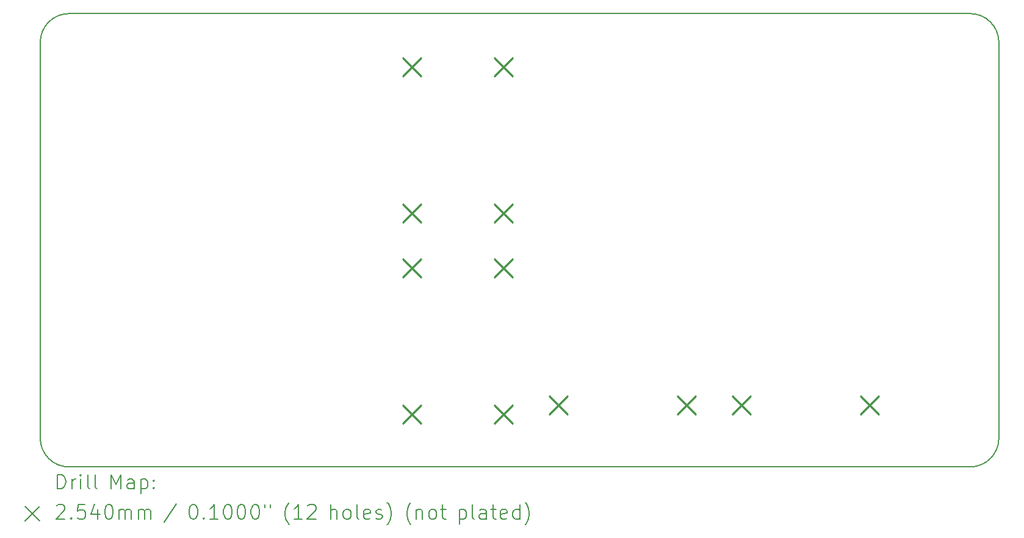
<source format=gbr>
%TF.GenerationSoftware,KiCad,Pcbnew,(7.0.0-0)*%
%TF.CreationDate,2023-03-05T11:15:22-05:00*%
%TF.ProjectId,Cryologger ITB,4372796f-6c6f-4676-9765-72204954422e,rev?*%
%TF.SameCoordinates,Original*%
%TF.FileFunction,Drillmap*%
%TF.FilePolarity,Positive*%
%FSLAX45Y45*%
G04 Gerber Fmt 4.5, Leading zero omitted, Abs format (unit mm)*
G04 Created by KiCad (PCBNEW (7.0.0-0)) date 2023-03-05 11:15:22*
%MOMM*%
%LPD*%
G01*
G04 APERTURE LIST*
%ADD10C,0.200000*%
%ADD11C,0.254000*%
G04 APERTURE END LIST*
D10*
X21600000Y-6400000D02*
G75*
G03*
X21200000Y-6000000I-400000J0D01*
G01*
X8300000Y-6400000D02*
X8300000Y-11900000D01*
X21600000Y-6400000D02*
X21600000Y-11900000D01*
X21200000Y-6000000D02*
X8700000Y-6000000D01*
X8700000Y-6000000D02*
G75*
G03*
X8300000Y-6400000I0J-400000D01*
G01*
X8300000Y-11900000D02*
G75*
G03*
X8700000Y-12300000I400000J0D01*
G01*
X8700000Y-12300000D02*
X21200000Y-12300000D01*
X21200000Y-12300000D02*
G75*
G03*
X21600000Y-11900000I0J400000D01*
G01*
D11*
X13326000Y-6619000D02*
X13580000Y-6873000D01*
X13580000Y-6619000D02*
X13326000Y-6873000D01*
X13326000Y-8651000D02*
X13580000Y-8905000D01*
X13580000Y-8651000D02*
X13326000Y-8905000D01*
X13326000Y-9413000D02*
X13580000Y-9667000D01*
X13580000Y-9413000D02*
X13326000Y-9667000D01*
X13326000Y-11445000D02*
X13580000Y-11699000D01*
X13580000Y-11445000D02*
X13326000Y-11699000D01*
X14596000Y-6619000D02*
X14850000Y-6873000D01*
X14850000Y-6619000D02*
X14596000Y-6873000D01*
X14596000Y-8651000D02*
X14850000Y-8905000D01*
X14850000Y-8651000D02*
X14596000Y-8905000D01*
X14596000Y-9413000D02*
X14850000Y-9667000D01*
X14850000Y-9413000D02*
X14596000Y-9667000D01*
X14596000Y-11445000D02*
X14850000Y-11699000D01*
X14850000Y-11445000D02*
X14596000Y-11699000D01*
X15358000Y-11318000D02*
X15612000Y-11572000D01*
X15612000Y-11318000D02*
X15358000Y-11572000D01*
X17136000Y-11318000D02*
X17390000Y-11572000D01*
X17390000Y-11318000D02*
X17136000Y-11572000D01*
X17898000Y-11318000D02*
X18152000Y-11572000D01*
X18152000Y-11318000D02*
X17898000Y-11572000D01*
X19676000Y-11318000D02*
X19930000Y-11572000D01*
X19930000Y-11318000D02*
X19676000Y-11572000D01*
D10*
X8537619Y-12603476D02*
X8537619Y-12403476D01*
X8537619Y-12403476D02*
X8585238Y-12403476D01*
X8585238Y-12403476D02*
X8613810Y-12413000D01*
X8613810Y-12413000D02*
X8632857Y-12432048D01*
X8632857Y-12432048D02*
X8642381Y-12451095D01*
X8642381Y-12451095D02*
X8651905Y-12489190D01*
X8651905Y-12489190D02*
X8651905Y-12517762D01*
X8651905Y-12517762D02*
X8642381Y-12555857D01*
X8642381Y-12555857D02*
X8632857Y-12574905D01*
X8632857Y-12574905D02*
X8613810Y-12593952D01*
X8613810Y-12593952D02*
X8585238Y-12603476D01*
X8585238Y-12603476D02*
X8537619Y-12603476D01*
X8737619Y-12603476D02*
X8737619Y-12470143D01*
X8737619Y-12508238D02*
X8747143Y-12489190D01*
X8747143Y-12489190D02*
X8756667Y-12479667D01*
X8756667Y-12479667D02*
X8775714Y-12470143D01*
X8775714Y-12470143D02*
X8794762Y-12470143D01*
X8861429Y-12603476D02*
X8861429Y-12470143D01*
X8861429Y-12403476D02*
X8851905Y-12413000D01*
X8851905Y-12413000D02*
X8861429Y-12422524D01*
X8861429Y-12422524D02*
X8870952Y-12413000D01*
X8870952Y-12413000D02*
X8861429Y-12403476D01*
X8861429Y-12403476D02*
X8861429Y-12422524D01*
X8985238Y-12603476D02*
X8966190Y-12593952D01*
X8966190Y-12593952D02*
X8956667Y-12574905D01*
X8956667Y-12574905D02*
X8956667Y-12403476D01*
X9090000Y-12603476D02*
X9070952Y-12593952D01*
X9070952Y-12593952D02*
X9061429Y-12574905D01*
X9061429Y-12574905D02*
X9061429Y-12403476D01*
X9286190Y-12603476D02*
X9286190Y-12403476D01*
X9286190Y-12403476D02*
X9352857Y-12546333D01*
X9352857Y-12546333D02*
X9419524Y-12403476D01*
X9419524Y-12403476D02*
X9419524Y-12603476D01*
X9600476Y-12603476D02*
X9600476Y-12498714D01*
X9600476Y-12498714D02*
X9590952Y-12479667D01*
X9590952Y-12479667D02*
X9571905Y-12470143D01*
X9571905Y-12470143D02*
X9533809Y-12470143D01*
X9533809Y-12470143D02*
X9514762Y-12479667D01*
X9600476Y-12593952D02*
X9581429Y-12603476D01*
X9581429Y-12603476D02*
X9533809Y-12603476D01*
X9533809Y-12603476D02*
X9514762Y-12593952D01*
X9514762Y-12593952D02*
X9505238Y-12574905D01*
X9505238Y-12574905D02*
X9505238Y-12555857D01*
X9505238Y-12555857D02*
X9514762Y-12536809D01*
X9514762Y-12536809D02*
X9533809Y-12527286D01*
X9533809Y-12527286D02*
X9581429Y-12527286D01*
X9581429Y-12527286D02*
X9600476Y-12517762D01*
X9695714Y-12470143D02*
X9695714Y-12670143D01*
X9695714Y-12479667D02*
X9714762Y-12470143D01*
X9714762Y-12470143D02*
X9752857Y-12470143D01*
X9752857Y-12470143D02*
X9771905Y-12479667D01*
X9771905Y-12479667D02*
X9781429Y-12489190D01*
X9781429Y-12489190D02*
X9790952Y-12508238D01*
X9790952Y-12508238D02*
X9790952Y-12565381D01*
X9790952Y-12565381D02*
X9781429Y-12584428D01*
X9781429Y-12584428D02*
X9771905Y-12593952D01*
X9771905Y-12593952D02*
X9752857Y-12603476D01*
X9752857Y-12603476D02*
X9714762Y-12603476D01*
X9714762Y-12603476D02*
X9695714Y-12593952D01*
X9876667Y-12584428D02*
X9886190Y-12593952D01*
X9886190Y-12593952D02*
X9876667Y-12603476D01*
X9876667Y-12603476D02*
X9867143Y-12593952D01*
X9867143Y-12593952D02*
X9876667Y-12584428D01*
X9876667Y-12584428D02*
X9876667Y-12603476D01*
X9876667Y-12479667D02*
X9886190Y-12489190D01*
X9886190Y-12489190D02*
X9876667Y-12498714D01*
X9876667Y-12498714D02*
X9867143Y-12489190D01*
X9867143Y-12489190D02*
X9876667Y-12479667D01*
X9876667Y-12479667D02*
X9876667Y-12498714D01*
X8090000Y-12850000D02*
X8290000Y-13050000D01*
X8290000Y-12850000D02*
X8090000Y-13050000D01*
X8528095Y-12842524D02*
X8537619Y-12833000D01*
X8537619Y-12833000D02*
X8556667Y-12823476D01*
X8556667Y-12823476D02*
X8604286Y-12823476D01*
X8604286Y-12823476D02*
X8623333Y-12833000D01*
X8623333Y-12833000D02*
X8632857Y-12842524D01*
X8632857Y-12842524D02*
X8642381Y-12861571D01*
X8642381Y-12861571D02*
X8642381Y-12880619D01*
X8642381Y-12880619D02*
X8632857Y-12909190D01*
X8632857Y-12909190D02*
X8518571Y-13023476D01*
X8518571Y-13023476D02*
X8642381Y-13023476D01*
X8728095Y-13004428D02*
X8737619Y-13013952D01*
X8737619Y-13013952D02*
X8728095Y-13023476D01*
X8728095Y-13023476D02*
X8718571Y-13013952D01*
X8718571Y-13013952D02*
X8728095Y-13004428D01*
X8728095Y-13004428D02*
X8728095Y-13023476D01*
X8918571Y-12823476D02*
X8823333Y-12823476D01*
X8823333Y-12823476D02*
X8813810Y-12918714D01*
X8813810Y-12918714D02*
X8823333Y-12909190D01*
X8823333Y-12909190D02*
X8842381Y-12899667D01*
X8842381Y-12899667D02*
X8890000Y-12899667D01*
X8890000Y-12899667D02*
X8909048Y-12909190D01*
X8909048Y-12909190D02*
X8918571Y-12918714D01*
X8918571Y-12918714D02*
X8928095Y-12937762D01*
X8928095Y-12937762D02*
X8928095Y-12985381D01*
X8928095Y-12985381D02*
X8918571Y-13004428D01*
X8918571Y-13004428D02*
X8909048Y-13013952D01*
X8909048Y-13013952D02*
X8890000Y-13023476D01*
X8890000Y-13023476D02*
X8842381Y-13023476D01*
X8842381Y-13023476D02*
X8823333Y-13013952D01*
X8823333Y-13013952D02*
X8813810Y-13004428D01*
X9099524Y-12890143D02*
X9099524Y-13023476D01*
X9051905Y-12813952D02*
X9004286Y-12956809D01*
X9004286Y-12956809D02*
X9128095Y-12956809D01*
X9242381Y-12823476D02*
X9261429Y-12823476D01*
X9261429Y-12823476D02*
X9280476Y-12833000D01*
X9280476Y-12833000D02*
X9290000Y-12842524D01*
X9290000Y-12842524D02*
X9299524Y-12861571D01*
X9299524Y-12861571D02*
X9309048Y-12899667D01*
X9309048Y-12899667D02*
X9309048Y-12947286D01*
X9309048Y-12947286D02*
X9299524Y-12985381D01*
X9299524Y-12985381D02*
X9290000Y-13004428D01*
X9290000Y-13004428D02*
X9280476Y-13013952D01*
X9280476Y-13013952D02*
X9261429Y-13023476D01*
X9261429Y-13023476D02*
X9242381Y-13023476D01*
X9242381Y-13023476D02*
X9223333Y-13013952D01*
X9223333Y-13013952D02*
X9213810Y-13004428D01*
X9213810Y-13004428D02*
X9204286Y-12985381D01*
X9204286Y-12985381D02*
X9194762Y-12947286D01*
X9194762Y-12947286D02*
X9194762Y-12899667D01*
X9194762Y-12899667D02*
X9204286Y-12861571D01*
X9204286Y-12861571D02*
X9213810Y-12842524D01*
X9213810Y-12842524D02*
X9223333Y-12833000D01*
X9223333Y-12833000D02*
X9242381Y-12823476D01*
X9394762Y-13023476D02*
X9394762Y-12890143D01*
X9394762Y-12909190D02*
X9404286Y-12899667D01*
X9404286Y-12899667D02*
X9423333Y-12890143D01*
X9423333Y-12890143D02*
X9451905Y-12890143D01*
X9451905Y-12890143D02*
X9470952Y-12899667D01*
X9470952Y-12899667D02*
X9480476Y-12918714D01*
X9480476Y-12918714D02*
X9480476Y-13023476D01*
X9480476Y-12918714D02*
X9490000Y-12899667D01*
X9490000Y-12899667D02*
X9509048Y-12890143D01*
X9509048Y-12890143D02*
X9537619Y-12890143D01*
X9537619Y-12890143D02*
X9556667Y-12899667D01*
X9556667Y-12899667D02*
X9566191Y-12918714D01*
X9566191Y-12918714D02*
X9566191Y-13023476D01*
X9661429Y-13023476D02*
X9661429Y-12890143D01*
X9661429Y-12909190D02*
X9670952Y-12899667D01*
X9670952Y-12899667D02*
X9690000Y-12890143D01*
X9690000Y-12890143D02*
X9718572Y-12890143D01*
X9718572Y-12890143D02*
X9737619Y-12899667D01*
X9737619Y-12899667D02*
X9747143Y-12918714D01*
X9747143Y-12918714D02*
X9747143Y-13023476D01*
X9747143Y-12918714D02*
X9756667Y-12899667D01*
X9756667Y-12899667D02*
X9775714Y-12890143D01*
X9775714Y-12890143D02*
X9804286Y-12890143D01*
X9804286Y-12890143D02*
X9823333Y-12899667D01*
X9823333Y-12899667D02*
X9832857Y-12918714D01*
X9832857Y-12918714D02*
X9832857Y-13023476D01*
X10190952Y-12813952D02*
X10019524Y-13071095D01*
X10415714Y-12823476D02*
X10434762Y-12823476D01*
X10434762Y-12823476D02*
X10453810Y-12833000D01*
X10453810Y-12833000D02*
X10463333Y-12842524D01*
X10463333Y-12842524D02*
X10472857Y-12861571D01*
X10472857Y-12861571D02*
X10482381Y-12899667D01*
X10482381Y-12899667D02*
X10482381Y-12947286D01*
X10482381Y-12947286D02*
X10472857Y-12985381D01*
X10472857Y-12985381D02*
X10463333Y-13004428D01*
X10463333Y-13004428D02*
X10453810Y-13013952D01*
X10453810Y-13013952D02*
X10434762Y-13023476D01*
X10434762Y-13023476D02*
X10415714Y-13023476D01*
X10415714Y-13023476D02*
X10396667Y-13013952D01*
X10396667Y-13013952D02*
X10387143Y-13004428D01*
X10387143Y-13004428D02*
X10377619Y-12985381D01*
X10377619Y-12985381D02*
X10368095Y-12947286D01*
X10368095Y-12947286D02*
X10368095Y-12899667D01*
X10368095Y-12899667D02*
X10377619Y-12861571D01*
X10377619Y-12861571D02*
X10387143Y-12842524D01*
X10387143Y-12842524D02*
X10396667Y-12833000D01*
X10396667Y-12833000D02*
X10415714Y-12823476D01*
X10568095Y-13004428D02*
X10577619Y-13013952D01*
X10577619Y-13013952D02*
X10568095Y-13023476D01*
X10568095Y-13023476D02*
X10558572Y-13013952D01*
X10558572Y-13013952D02*
X10568095Y-13004428D01*
X10568095Y-13004428D02*
X10568095Y-13023476D01*
X10768095Y-13023476D02*
X10653810Y-13023476D01*
X10710952Y-13023476D02*
X10710952Y-12823476D01*
X10710952Y-12823476D02*
X10691905Y-12852048D01*
X10691905Y-12852048D02*
X10672857Y-12871095D01*
X10672857Y-12871095D02*
X10653810Y-12880619D01*
X10891905Y-12823476D02*
X10910953Y-12823476D01*
X10910953Y-12823476D02*
X10930000Y-12833000D01*
X10930000Y-12833000D02*
X10939524Y-12842524D01*
X10939524Y-12842524D02*
X10949048Y-12861571D01*
X10949048Y-12861571D02*
X10958572Y-12899667D01*
X10958572Y-12899667D02*
X10958572Y-12947286D01*
X10958572Y-12947286D02*
X10949048Y-12985381D01*
X10949048Y-12985381D02*
X10939524Y-13004428D01*
X10939524Y-13004428D02*
X10930000Y-13013952D01*
X10930000Y-13013952D02*
X10910953Y-13023476D01*
X10910953Y-13023476D02*
X10891905Y-13023476D01*
X10891905Y-13023476D02*
X10872857Y-13013952D01*
X10872857Y-13013952D02*
X10863333Y-13004428D01*
X10863333Y-13004428D02*
X10853810Y-12985381D01*
X10853810Y-12985381D02*
X10844286Y-12947286D01*
X10844286Y-12947286D02*
X10844286Y-12899667D01*
X10844286Y-12899667D02*
X10853810Y-12861571D01*
X10853810Y-12861571D02*
X10863333Y-12842524D01*
X10863333Y-12842524D02*
X10872857Y-12833000D01*
X10872857Y-12833000D02*
X10891905Y-12823476D01*
X11082381Y-12823476D02*
X11101429Y-12823476D01*
X11101429Y-12823476D02*
X11120476Y-12833000D01*
X11120476Y-12833000D02*
X11130000Y-12842524D01*
X11130000Y-12842524D02*
X11139524Y-12861571D01*
X11139524Y-12861571D02*
X11149048Y-12899667D01*
X11149048Y-12899667D02*
X11149048Y-12947286D01*
X11149048Y-12947286D02*
X11139524Y-12985381D01*
X11139524Y-12985381D02*
X11130000Y-13004428D01*
X11130000Y-13004428D02*
X11120476Y-13013952D01*
X11120476Y-13013952D02*
X11101429Y-13023476D01*
X11101429Y-13023476D02*
X11082381Y-13023476D01*
X11082381Y-13023476D02*
X11063333Y-13013952D01*
X11063333Y-13013952D02*
X11053810Y-13004428D01*
X11053810Y-13004428D02*
X11044286Y-12985381D01*
X11044286Y-12985381D02*
X11034762Y-12947286D01*
X11034762Y-12947286D02*
X11034762Y-12899667D01*
X11034762Y-12899667D02*
X11044286Y-12861571D01*
X11044286Y-12861571D02*
X11053810Y-12842524D01*
X11053810Y-12842524D02*
X11063333Y-12833000D01*
X11063333Y-12833000D02*
X11082381Y-12823476D01*
X11272857Y-12823476D02*
X11291905Y-12823476D01*
X11291905Y-12823476D02*
X11310952Y-12833000D01*
X11310952Y-12833000D02*
X11320476Y-12842524D01*
X11320476Y-12842524D02*
X11330000Y-12861571D01*
X11330000Y-12861571D02*
X11339524Y-12899667D01*
X11339524Y-12899667D02*
X11339524Y-12947286D01*
X11339524Y-12947286D02*
X11330000Y-12985381D01*
X11330000Y-12985381D02*
X11320476Y-13004428D01*
X11320476Y-13004428D02*
X11310952Y-13013952D01*
X11310952Y-13013952D02*
X11291905Y-13023476D01*
X11291905Y-13023476D02*
X11272857Y-13023476D01*
X11272857Y-13023476D02*
X11253810Y-13013952D01*
X11253810Y-13013952D02*
X11244286Y-13004428D01*
X11244286Y-13004428D02*
X11234762Y-12985381D01*
X11234762Y-12985381D02*
X11225238Y-12947286D01*
X11225238Y-12947286D02*
X11225238Y-12899667D01*
X11225238Y-12899667D02*
X11234762Y-12861571D01*
X11234762Y-12861571D02*
X11244286Y-12842524D01*
X11244286Y-12842524D02*
X11253810Y-12833000D01*
X11253810Y-12833000D02*
X11272857Y-12823476D01*
X11415714Y-12823476D02*
X11415714Y-12861571D01*
X11491905Y-12823476D02*
X11491905Y-12861571D01*
X11754762Y-13099667D02*
X11745238Y-13090143D01*
X11745238Y-13090143D02*
X11726191Y-13061571D01*
X11726191Y-13061571D02*
X11716667Y-13042524D01*
X11716667Y-13042524D02*
X11707143Y-13013952D01*
X11707143Y-13013952D02*
X11697619Y-12966333D01*
X11697619Y-12966333D02*
X11697619Y-12928238D01*
X11697619Y-12928238D02*
X11707143Y-12880619D01*
X11707143Y-12880619D02*
X11716667Y-12852048D01*
X11716667Y-12852048D02*
X11726191Y-12833000D01*
X11726191Y-12833000D02*
X11745238Y-12804428D01*
X11745238Y-12804428D02*
X11754762Y-12794905D01*
X11935714Y-13023476D02*
X11821429Y-13023476D01*
X11878571Y-13023476D02*
X11878571Y-12823476D01*
X11878571Y-12823476D02*
X11859524Y-12852048D01*
X11859524Y-12852048D02*
X11840476Y-12871095D01*
X11840476Y-12871095D02*
X11821429Y-12880619D01*
X12011905Y-12842524D02*
X12021429Y-12833000D01*
X12021429Y-12833000D02*
X12040476Y-12823476D01*
X12040476Y-12823476D02*
X12088095Y-12823476D01*
X12088095Y-12823476D02*
X12107143Y-12833000D01*
X12107143Y-12833000D02*
X12116667Y-12842524D01*
X12116667Y-12842524D02*
X12126191Y-12861571D01*
X12126191Y-12861571D02*
X12126191Y-12880619D01*
X12126191Y-12880619D02*
X12116667Y-12909190D01*
X12116667Y-12909190D02*
X12002381Y-13023476D01*
X12002381Y-13023476D02*
X12126191Y-13023476D01*
X12331905Y-13023476D02*
X12331905Y-12823476D01*
X12417619Y-13023476D02*
X12417619Y-12918714D01*
X12417619Y-12918714D02*
X12408095Y-12899667D01*
X12408095Y-12899667D02*
X12389048Y-12890143D01*
X12389048Y-12890143D02*
X12360476Y-12890143D01*
X12360476Y-12890143D02*
X12341429Y-12899667D01*
X12341429Y-12899667D02*
X12331905Y-12909190D01*
X12541429Y-13023476D02*
X12522381Y-13013952D01*
X12522381Y-13013952D02*
X12512857Y-13004428D01*
X12512857Y-13004428D02*
X12503333Y-12985381D01*
X12503333Y-12985381D02*
X12503333Y-12928238D01*
X12503333Y-12928238D02*
X12512857Y-12909190D01*
X12512857Y-12909190D02*
X12522381Y-12899667D01*
X12522381Y-12899667D02*
X12541429Y-12890143D01*
X12541429Y-12890143D02*
X12570000Y-12890143D01*
X12570000Y-12890143D02*
X12589048Y-12899667D01*
X12589048Y-12899667D02*
X12598572Y-12909190D01*
X12598572Y-12909190D02*
X12608095Y-12928238D01*
X12608095Y-12928238D02*
X12608095Y-12985381D01*
X12608095Y-12985381D02*
X12598572Y-13004428D01*
X12598572Y-13004428D02*
X12589048Y-13013952D01*
X12589048Y-13013952D02*
X12570000Y-13023476D01*
X12570000Y-13023476D02*
X12541429Y-13023476D01*
X12722381Y-13023476D02*
X12703333Y-13013952D01*
X12703333Y-13013952D02*
X12693810Y-12994905D01*
X12693810Y-12994905D02*
X12693810Y-12823476D01*
X12874762Y-13013952D02*
X12855714Y-13023476D01*
X12855714Y-13023476D02*
X12817619Y-13023476D01*
X12817619Y-13023476D02*
X12798572Y-13013952D01*
X12798572Y-13013952D02*
X12789048Y-12994905D01*
X12789048Y-12994905D02*
X12789048Y-12918714D01*
X12789048Y-12918714D02*
X12798572Y-12899667D01*
X12798572Y-12899667D02*
X12817619Y-12890143D01*
X12817619Y-12890143D02*
X12855714Y-12890143D01*
X12855714Y-12890143D02*
X12874762Y-12899667D01*
X12874762Y-12899667D02*
X12884286Y-12918714D01*
X12884286Y-12918714D02*
X12884286Y-12937762D01*
X12884286Y-12937762D02*
X12789048Y-12956809D01*
X12960476Y-13013952D02*
X12979524Y-13023476D01*
X12979524Y-13023476D02*
X13017619Y-13023476D01*
X13017619Y-13023476D02*
X13036667Y-13013952D01*
X13036667Y-13013952D02*
X13046191Y-12994905D01*
X13046191Y-12994905D02*
X13046191Y-12985381D01*
X13046191Y-12985381D02*
X13036667Y-12966333D01*
X13036667Y-12966333D02*
X13017619Y-12956809D01*
X13017619Y-12956809D02*
X12989048Y-12956809D01*
X12989048Y-12956809D02*
X12970000Y-12947286D01*
X12970000Y-12947286D02*
X12960476Y-12928238D01*
X12960476Y-12928238D02*
X12960476Y-12918714D01*
X12960476Y-12918714D02*
X12970000Y-12899667D01*
X12970000Y-12899667D02*
X12989048Y-12890143D01*
X12989048Y-12890143D02*
X13017619Y-12890143D01*
X13017619Y-12890143D02*
X13036667Y-12899667D01*
X13112857Y-13099667D02*
X13122381Y-13090143D01*
X13122381Y-13090143D02*
X13141429Y-13061571D01*
X13141429Y-13061571D02*
X13150953Y-13042524D01*
X13150953Y-13042524D02*
X13160476Y-13013952D01*
X13160476Y-13013952D02*
X13170000Y-12966333D01*
X13170000Y-12966333D02*
X13170000Y-12928238D01*
X13170000Y-12928238D02*
X13160476Y-12880619D01*
X13160476Y-12880619D02*
X13150953Y-12852048D01*
X13150953Y-12852048D02*
X13141429Y-12833000D01*
X13141429Y-12833000D02*
X13122381Y-12804428D01*
X13122381Y-12804428D02*
X13112857Y-12794905D01*
X13442381Y-13099667D02*
X13432857Y-13090143D01*
X13432857Y-13090143D02*
X13413810Y-13061571D01*
X13413810Y-13061571D02*
X13404286Y-13042524D01*
X13404286Y-13042524D02*
X13394762Y-13013952D01*
X13394762Y-13013952D02*
X13385238Y-12966333D01*
X13385238Y-12966333D02*
X13385238Y-12928238D01*
X13385238Y-12928238D02*
X13394762Y-12880619D01*
X13394762Y-12880619D02*
X13404286Y-12852048D01*
X13404286Y-12852048D02*
X13413810Y-12833000D01*
X13413810Y-12833000D02*
X13432857Y-12804428D01*
X13432857Y-12804428D02*
X13442381Y-12794905D01*
X13518572Y-12890143D02*
X13518572Y-13023476D01*
X13518572Y-12909190D02*
X13528095Y-12899667D01*
X13528095Y-12899667D02*
X13547143Y-12890143D01*
X13547143Y-12890143D02*
X13575714Y-12890143D01*
X13575714Y-12890143D02*
X13594762Y-12899667D01*
X13594762Y-12899667D02*
X13604286Y-12918714D01*
X13604286Y-12918714D02*
X13604286Y-13023476D01*
X13728095Y-13023476D02*
X13709048Y-13013952D01*
X13709048Y-13013952D02*
X13699524Y-13004428D01*
X13699524Y-13004428D02*
X13690000Y-12985381D01*
X13690000Y-12985381D02*
X13690000Y-12928238D01*
X13690000Y-12928238D02*
X13699524Y-12909190D01*
X13699524Y-12909190D02*
X13709048Y-12899667D01*
X13709048Y-12899667D02*
X13728095Y-12890143D01*
X13728095Y-12890143D02*
X13756667Y-12890143D01*
X13756667Y-12890143D02*
X13775714Y-12899667D01*
X13775714Y-12899667D02*
X13785238Y-12909190D01*
X13785238Y-12909190D02*
X13794762Y-12928238D01*
X13794762Y-12928238D02*
X13794762Y-12985381D01*
X13794762Y-12985381D02*
X13785238Y-13004428D01*
X13785238Y-13004428D02*
X13775714Y-13013952D01*
X13775714Y-13013952D02*
X13756667Y-13023476D01*
X13756667Y-13023476D02*
X13728095Y-13023476D01*
X13851905Y-12890143D02*
X13928095Y-12890143D01*
X13880476Y-12823476D02*
X13880476Y-12994905D01*
X13880476Y-12994905D02*
X13890000Y-13013952D01*
X13890000Y-13013952D02*
X13909048Y-13023476D01*
X13909048Y-13023476D02*
X13928095Y-13023476D01*
X14114762Y-12890143D02*
X14114762Y-13090143D01*
X14114762Y-12899667D02*
X14133810Y-12890143D01*
X14133810Y-12890143D02*
X14171905Y-12890143D01*
X14171905Y-12890143D02*
X14190953Y-12899667D01*
X14190953Y-12899667D02*
X14200476Y-12909190D01*
X14200476Y-12909190D02*
X14210000Y-12928238D01*
X14210000Y-12928238D02*
X14210000Y-12985381D01*
X14210000Y-12985381D02*
X14200476Y-13004428D01*
X14200476Y-13004428D02*
X14190953Y-13013952D01*
X14190953Y-13013952D02*
X14171905Y-13023476D01*
X14171905Y-13023476D02*
X14133810Y-13023476D01*
X14133810Y-13023476D02*
X14114762Y-13013952D01*
X14324286Y-13023476D02*
X14305238Y-13013952D01*
X14305238Y-13013952D02*
X14295714Y-12994905D01*
X14295714Y-12994905D02*
X14295714Y-12823476D01*
X14486191Y-13023476D02*
X14486191Y-12918714D01*
X14486191Y-12918714D02*
X14476667Y-12899667D01*
X14476667Y-12899667D02*
X14457619Y-12890143D01*
X14457619Y-12890143D02*
X14419524Y-12890143D01*
X14419524Y-12890143D02*
X14400476Y-12899667D01*
X14486191Y-13013952D02*
X14467143Y-13023476D01*
X14467143Y-13023476D02*
X14419524Y-13023476D01*
X14419524Y-13023476D02*
X14400476Y-13013952D01*
X14400476Y-13013952D02*
X14390953Y-12994905D01*
X14390953Y-12994905D02*
X14390953Y-12975857D01*
X14390953Y-12975857D02*
X14400476Y-12956809D01*
X14400476Y-12956809D02*
X14419524Y-12947286D01*
X14419524Y-12947286D02*
X14467143Y-12947286D01*
X14467143Y-12947286D02*
X14486191Y-12937762D01*
X14552857Y-12890143D02*
X14629048Y-12890143D01*
X14581429Y-12823476D02*
X14581429Y-12994905D01*
X14581429Y-12994905D02*
X14590953Y-13013952D01*
X14590953Y-13013952D02*
X14610000Y-13023476D01*
X14610000Y-13023476D02*
X14629048Y-13023476D01*
X14771905Y-13013952D02*
X14752857Y-13023476D01*
X14752857Y-13023476D02*
X14714762Y-13023476D01*
X14714762Y-13023476D02*
X14695714Y-13013952D01*
X14695714Y-13013952D02*
X14686191Y-12994905D01*
X14686191Y-12994905D02*
X14686191Y-12918714D01*
X14686191Y-12918714D02*
X14695714Y-12899667D01*
X14695714Y-12899667D02*
X14714762Y-12890143D01*
X14714762Y-12890143D02*
X14752857Y-12890143D01*
X14752857Y-12890143D02*
X14771905Y-12899667D01*
X14771905Y-12899667D02*
X14781429Y-12918714D01*
X14781429Y-12918714D02*
X14781429Y-12937762D01*
X14781429Y-12937762D02*
X14686191Y-12956809D01*
X14952857Y-13023476D02*
X14952857Y-12823476D01*
X14952857Y-13013952D02*
X14933810Y-13023476D01*
X14933810Y-13023476D02*
X14895714Y-13023476D01*
X14895714Y-13023476D02*
X14876667Y-13013952D01*
X14876667Y-13013952D02*
X14867143Y-13004428D01*
X14867143Y-13004428D02*
X14857619Y-12985381D01*
X14857619Y-12985381D02*
X14857619Y-12928238D01*
X14857619Y-12928238D02*
X14867143Y-12909190D01*
X14867143Y-12909190D02*
X14876667Y-12899667D01*
X14876667Y-12899667D02*
X14895714Y-12890143D01*
X14895714Y-12890143D02*
X14933810Y-12890143D01*
X14933810Y-12890143D02*
X14952857Y-12899667D01*
X15029048Y-13099667D02*
X15038572Y-13090143D01*
X15038572Y-13090143D02*
X15057619Y-13061571D01*
X15057619Y-13061571D02*
X15067143Y-13042524D01*
X15067143Y-13042524D02*
X15076667Y-13013952D01*
X15076667Y-13013952D02*
X15086191Y-12966333D01*
X15086191Y-12966333D02*
X15086191Y-12928238D01*
X15086191Y-12928238D02*
X15076667Y-12880619D01*
X15076667Y-12880619D02*
X15067143Y-12852048D01*
X15067143Y-12852048D02*
X15057619Y-12833000D01*
X15057619Y-12833000D02*
X15038572Y-12804428D01*
X15038572Y-12804428D02*
X15029048Y-12794905D01*
M02*

</source>
